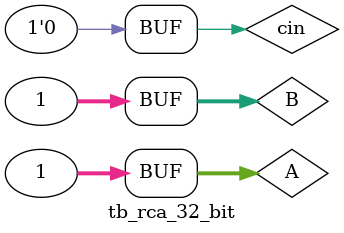
<source format=v>
`timescale 1ns/1ps
`include "rca_Nbit.v"

module tb_rca_32_bit;

parameter N = 32;

// declare your signals as reg or wire
reg [N-1:0] A;
reg [N-1:0] B;
reg cin;
wire [N-1:0] S;
wire cout;

initial begin	
$monitor ("%d, %d", cout, S);
    A = 0; B = 0; cin = 0; #1;
// write the stimuli conditions
    A = 32'b1;
    B = 32'b1;
    cin = 0;
    #1;
end

rca_Nbit #(.N(N)) dut (.a(A), .b(B), .cin(cin), .S(S), .cout(cout));

initial begin
    $dumpfile("rca_32bit.vcd");
    $dumpvars(0, tb_rca_32_bit);
end

endmodule

</source>
